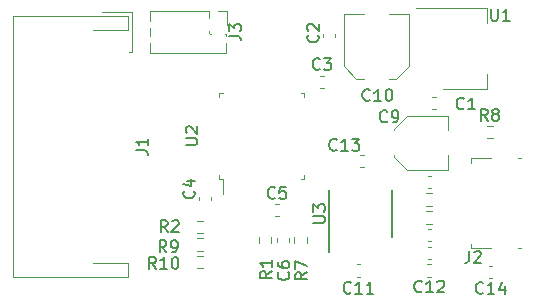
<source format=gbr>
%TF.GenerationSoftware,KiCad,Pcbnew,(5.1.7)-1*%
%TF.CreationDate,2020-11-11T21:59:56+01:00*%
%TF.ProjectId,rgb_ctrl_board,7267625f-6374-4726-9c5f-626f6172642e,rev?*%
%TF.SameCoordinates,Original*%
%TF.FileFunction,Legend,Top*%
%TF.FilePolarity,Positive*%
%FSLAX46Y46*%
G04 Gerber Fmt 4.6, Leading zero omitted, Abs format (unit mm)*
G04 Created by KiCad (PCBNEW (5.1.7)-1) date 2020-11-11 21:59:56*
%MOMM*%
%LPD*%
G01*
G04 APERTURE LIST*
%ADD10C,0.120000*%
%ADD11C,0.150000*%
G04 APERTURE END LIST*
D10*
%TO.C,R10*%
X120445276Y-130322500D02*
X120954724Y-130322500D01*
X120445276Y-129277500D02*
X120954724Y-129277500D01*
%TO.C,R9*%
X120445276Y-128822500D02*
X120954724Y-128822500D01*
X120445276Y-127777500D02*
X120954724Y-127777500D01*
%TO.C,U2*%
X122590000Y-122710000D02*
X122590000Y-124025000D01*
X122290000Y-122710000D02*
X122590000Y-122710000D01*
X122290000Y-122410000D02*
X122290000Y-122710000D01*
X122290000Y-115490000D02*
X122590000Y-115490000D01*
X122290000Y-115790000D02*
X122290000Y-115490000D01*
X129510000Y-122710000D02*
X129210000Y-122710000D01*
X129510000Y-122410000D02*
X129510000Y-122710000D01*
X129510000Y-115490000D02*
X129210000Y-115490000D01*
X129510000Y-115790000D02*
X129510000Y-115490000D01*
%TO.C,R7*%
X128677500Y-128154724D02*
X128677500Y-127645276D01*
X129722500Y-128154724D02*
X129722500Y-127645276D01*
%TO.C,C1*%
X140353733Y-116810000D02*
X140646267Y-116810000D01*
X140353733Y-115790000D02*
X140646267Y-115790000D01*
%TO.C,J3*%
X116425000Y-108570000D02*
X116425000Y-109392470D01*
X116425000Y-111277530D02*
X116425000Y-112100000D01*
X116425000Y-110007530D02*
X116425000Y-110662470D01*
X121440000Y-108570000D02*
X116425000Y-108570000D01*
X122895000Y-112100000D02*
X116425000Y-112100000D01*
X121440000Y-108570000D02*
X121440000Y-109136529D01*
X121440000Y-110263471D02*
X121440000Y-110406529D01*
X121493471Y-110460000D02*
X121636529Y-110460000D01*
X122763471Y-110460000D02*
X122895000Y-110460000D01*
X122895000Y-110460000D02*
X122895000Y-110662470D01*
X122895000Y-111277530D02*
X122895000Y-112100000D01*
X122200000Y-108570000D02*
X122960000Y-108570000D01*
X122960000Y-108570000D02*
X122960000Y-109700000D01*
%TO.C,U1*%
X145010000Y-115110000D02*
X145010000Y-113850000D01*
X145010000Y-108290000D02*
X145010000Y-109550000D01*
X141250000Y-115110000D02*
X145010000Y-115110000D01*
X139000000Y-108290000D02*
X145010000Y-108290000D01*
%TO.C,R8*%
X144945276Y-118277500D02*
X145454724Y-118277500D01*
X144945276Y-119322500D02*
X145454724Y-119322500D01*
%TO.C,J2*%
X143590000Y-120990000D02*
X143590000Y-121370000D01*
X147640000Y-120990000D02*
X147900000Y-120990000D01*
X143590000Y-120990000D02*
X145360000Y-120990000D01*
X143590000Y-128610000D02*
X143590000Y-128230000D01*
X145360000Y-128610000D02*
X143590000Y-128610000D01*
X147900000Y-128610000D02*
X147640000Y-128610000D01*
%TO.C,FB1*%
X139928733Y-129990000D02*
X140271267Y-129990000D01*
X139928733Y-131010000D02*
X140271267Y-131010000D01*
%TO.C,C14*%
X145446267Y-131110000D02*
X145153733Y-131110000D01*
X145446267Y-130090000D02*
X145153733Y-130090000D01*
%TO.C,C13*%
X134546267Y-121710000D02*
X134253733Y-121710000D01*
X134546267Y-120690000D02*
X134253733Y-120690000D01*
%TO.C,C12*%
X140246267Y-129510000D02*
X139953733Y-129510000D01*
X140246267Y-128490000D02*
X139953733Y-128490000D01*
%TO.C,C11*%
X133953733Y-129990000D02*
X134246267Y-129990000D01*
X133953733Y-131010000D02*
X134246267Y-131010000D01*
%TO.C,C10*%
X138360000Y-108740000D02*
X136660000Y-108740000D01*
X132840000Y-108740000D02*
X134540000Y-108740000D01*
X132840000Y-113195563D02*
X132840000Y-108740000D01*
X138360000Y-113195563D02*
X138360000Y-108740000D01*
X137295563Y-114260000D02*
X136660000Y-114260000D01*
X133904437Y-114260000D02*
X134540000Y-114260000D01*
X133904437Y-114260000D02*
X132840000Y-113195563D01*
X137295563Y-114260000D02*
X138360000Y-113195563D01*
%TO.C,C9*%
X141660000Y-121960000D02*
X141660000Y-120760000D01*
X141660000Y-117440000D02*
X141660000Y-118640000D01*
X138204437Y-117440000D02*
X141660000Y-117440000D01*
X138204437Y-121960000D02*
X141660000Y-121960000D01*
X137140000Y-120895563D02*
X137140000Y-120760000D01*
X137140000Y-118504437D02*
X137140000Y-118640000D01*
X137140000Y-118504437D02*
X138204437Y-117440000D01*
X137140000Y-120895563D02*
X138204437Y-121960000D01*
D11*
%TO.C,U3*%
X131575000Y-128975000D02*
X131575000Y-123700000D01*
X136975000Y-127700000D02*
X136975000Y-123700000D01*
D10*
%TO.C,R6*%
X139845276Y-125022500D02*
X140354724Y-125022500D01*
X139845276Y-123977500D02*
X140354724Y-123977500D01*
%TO.C,R5*%
X139845276Y-126522500D02*
X140354724Y-126522500D01*
X139845276Y-125477500D02*
X140354724Y-125477500D01*
%TO.C,R2*%
X120445276Y-127322500D02*
X120954724Y-127322500D01*
X120445276Y-126277500D02*
X120954724Y-126277500D01*
%TO.C,R1*%
X125677500Y-127645276D02*
X125677500Y-128154724D01*
X126722500Y-127645276D02*
X126722500Y-128154724D01*
%TO.C,J1*%
X114910000Y-108640000D02*
X112410000Y-108640000D01*
X114910000Y-112000000D02*
X114910000Y-108640000D01*
X114660000Y-112000000D02*
X114910000Y-112000000D01*
X104890000Y-131060000D02*
X104890000Y-120000000D01*
X114610000Y-131060000D02*
X104890000Y-131060000D01*
X114610000Y-129840000D02*
X114610000Y-131060000D01*
X111610000Y-129840000D02*
X114610000Y-129840000D01*
X104890000Y-108940000D02*
X104890000Y-120000000D01*
X114610000Y-108940000D02*
X104890000Y-108940000D01*
X114610000Y-110160000D02*
X114610000Y-108940000D01*
X111610000Y-110160000D02*
X114610000Y-110160000D01*
%TO.C,C8*%
X140246267Y-122490000D02*
X139953733Y-122490000D01*
X140246267Y-123510000D02*
X139953733Y-123510000D01*
%TO.C,C7*%
X140246267Y-126990000D02*
X139953733Y-126990000D01*
X140246267Y-128010000D02*
X139953733Y-128010000D01*
%TO.C,C6*%
X128210000Y-128046267D02*
X128210000Y-127753733D01*
X127190000Y-128046267D02*
X127190000Y-127753733D01*
%TO.C,C5*%
X127053733Y-125910000D02*
X127346267Y-125910000D01*
X127053733Y-124890000D02*
X127346267Y-124890000D01*
%TO.C,C4*%
X121610000Y-124546267D02*
X121610000Y-124253733D01*
X120590000Y-124546267D02*
X120590000Y-124253733D01*
%TO.C,C3*%
X130853733Y-115010000D02*
X131146267Y-115010000D01*
X130853733Y-113990000D02*
X131146267Y-113990000D01*
%TO.C,C2*%
X132110000Y-110746267D02*
X132110000Y-110453733D01*
X131090000Y-110746267D02*
X131090000Y-110453733D01*
%TO.C,R10*%
D11*
X116957142Y-130352380D02*
X116623809Y-129876190D01*
X116385714Y-130352380D02*
X116385714Y-129352380D01*
X116766666Y-129352380D01*
X116861904Y-129400000D01*
X116909523Y-129447619D01*
X116957142Y-129542857D01*
X116957142Y-129685714D01*
X116909523Y-129780952D01*
X116861904Y-129828571D01*
X116766666Y-129876190D01*
X116385714Y-129876190D01*
X117909523Y-130352380D02*
X117338095Y-130352380D01*
X117623809Y-130352380D02*
X117623809Y-129352380D01*
X117528571Y-129495238D01*
X117433333Y-129590476D01*
X117338095Y-129638095D01*
X118528571Y-129352380D02*
X118623809Y-129352380D01*
X118719047Y-129400000D01*
X118766666Y-129447619D01*
X118814285Y-129542857D01*
X118861904Y-129733333D01*
X118861904Y-129971428D01*
X118814285Y-130161904D01*
X118766666Y-130257142D01*
X118719047Y-130304761D01*
X118623809Y-130352380D01*
X118528571Y-130352380D01*
X118433333Y-130304761D01*
X118385714Y-130257142D01*
X118338095Y-130161904D01*
X118290476Y-129971428D01*
X118290476Y-129733333D01*
X118338095Y-129542857D01*
X118385714Y-129447619D01*
X118433333Y-129400000D01*
X118528571Y-129352380D01*
%TO.C,R9*%
X117833333Y-128952380D02*
X117500000Y-128476190D01*
X117261904Y-128952380D02*
X117261904Y-127952380D01*
X117642857Y-127952380D01*
X117738095Y-128000000D01*
X117785714Y-128047619D01*
X117833333Y-128142857D01*
X117833333Y-128285714D01*
X117785714Y-128380952D01*
X117738095Y-128428571D01*
X117642857Y-128476190D01*
X117261904Y-128476190D01*
X118309523Y-128952380D02*
X118500000Y-128952380D01*
X118595238Y-128904761D01*
X118642857Y-128857142D01*
X118738095Y-128714285D01*
X118785714Y-128523809D01*
X118785714Y-128142857D01*
X118738095Y-128047619D01*
X118690476Y-128000000D01*
X118595238Y-127952380D01*
X118404761Y-127952380D01*
X118309523Y-128000000D01*
X118261904Y-128047619D01*
X118214285Y-128142857D01*
X118214285Y-128380952D01*
X118261904Y-128476190D01*
X118309523Y-128523809D01*
X118404761Y-128571428D01*
X118595238Y-128571428D01*
X118690476Y-128523809D01*
X118738095Y-128476190D01*
X118785714Y-128380952D01*
%TO.C,U2*%
X119472380Y-119861904D02*
X120281904Y-119861904D01*
X120377142Y-119814285D01*
X120424761Y-119766666D01*
X120472380Y-119671428D01*
X120472380Y-119480952D01*
X120424761Y-119385714D01*
X120377142Y-119338095D01*
X120281904Y-119290476D01*
X119472380Y-119290476D01*
X119567619Y-118861904D02*
X119520000Y-118814285D01*
X119472380Y-118719047D01*
X119472380Y-118480952D01*
X119520000Y-118385714D01*
X119567619Y-118338095D01*
X119662857Y-118290476D01*
X119758095Y-118290476D01*
X119900952Y-118338095D01*
X120472380Y-118909523D01*
X120472380Y-118290476D01*
%TO.C,R7*%
X129752380Y-130666666D02*
X129276190Y-131000000D01*
X129752380Y-131238095D02*
X128752380Y-131238095D01*
X128752380Y-130857142D01*
X128800000Y-130761904D01*
X128847619Y-130714285D01*
X128942857Y-130666666D01*
X129085714Y-130666666D01*
X129180952Y-130714285D01*
X129228571Y-130761904D01*
X129276190Y-130857142D01*
X129276190Y-131238095D01*
X128752380Y-130333333D02*
X128752380Y-129666666D01*
X129752380Y-130095238D01*
%TO.C,C1*%
X143033333Y-116757142D02*
X142985714Y-116804761D01*
X142842857Y-116852380D01*
X142747619Y-116852380D01*
X142604761Y-116804761D01*
X142509523Y-116709523D01*
X142461904Y-116614285D01*
X142414285Y-116423809D01*
X142414285Y-116280952D01*
X142461904Y-116090476D01*
X142509523Y-115995238D01*
X142604761Y-115900000D01*
X142747619Y-115852380D01*
X142842857Y-115852380D01*
X142985714Y-115900000D01*
X143033333Y-115947619D01*
X143985714Y-116852380D02*
X143414285Y-116852380D01*
X143700000Y-116852380D02*
X143700000Y-115852380D01*
X143604761Y-115995238D01*
X143509523Y-116090476D01*
X143414285Y-116138095D01*
%TO.C,J3*%
X123152380Y-110633333D02*
X123866666Y-110633333D01*
X124009523Y-110680952D01*
X124104761Y-110776190D01*
X124152380Y-110919047D01*
X124152380Y-111014285D01*
X123152380Y-110252380D02*
X123152380Y-109633333D01*
X123533333Y-109966666D01*
X123533333Y-109823809D01*
X123580952Y-109728571D01*
X123628571Y-109680952D01*
X123723809Y-109633333D01*
X123961904Y-109633333D01*
X124057142Y-109680952D01*
X124104761Y-109728571D01*
X124152380Y-109823809D01*
X124152380Y-110109523D01*
X124104761Y-110204761D01*
X124057142Y-110252380D01*
%TO.C,U1*%
X145338095Y-108352380D02*
X145338095Y-109161904D01*
X145385714Y-109257142D01*
X145433333Y-109304761D01*
X145528571Y-109352380D01*
X145719047Y-109352380D01*
X145814285Y-109304761D01*
X145861904Y-109257142D01*
X145909523Y-109161904D01*
X145909523Y-108352380D01*
X146909523Y-109352380D02*
X146338095Y-109352380D01*
X146623809Y-109352380D02*
X146623809Y-108352380D01*
X146528571Y-108495238D01*
X146433333Y-108590476D01*
X146338095Y-108638095D01*
%TO.C,R8*%
X145033333Y-117822380D02*
X144700000Y-117346190D01*
X144461904Y-117822380D02*
X144461904Y-116822380D01*
X144842857Y-116822380D01*
X144938095Y-116870000D01*
X144985714Y-116917619D01*
X145033333Y-117012857D01*
X145033333Y-117155714D01*
X144985714Y-117250952D01*
X144938095Y-117298571D01*
X144842857Y-117346190D01*
X144461904Y-117346190D01*
X145604761Y-117250952D02*
X145509523Y-117203333D01*
X145461904Y-117155714D01*
X145414285Y-117060476D01*
X145414285Y-117012857D01*
X145461904Y-116917619D01*
X145509523Y-116870000D01*
X145604761Y-116822380D01*
X145795238Y-116822380D01*
X145890476Y-116870000D01*
X145938095Y-116917619D01*
X145985714Y-117012857D01*
X145985714Y-117060476D01*
X145938095Y-117155714D01*
X145890476Y-117203333D01*
X145795238Y-117250952D01*
X145604761Y-117250952D01*
X145509523Y-117298571D01*
X145461904Y-117346190D01*
X145414285Y-117441428D01*
X145414285Y-117631904D01*
X145461904Y-117727142D01*
X145509523Y-117774761D01*
X145604761Y-117822380D01*
X145795238Y-117822380D01*
X145890476Y-117774761D01*
X145938095Y-117727142D01*
X145985714Y-117631904D01*
X145985714Y-117441428D01*
X145938095Y-117346190D01*
X145890476Y-117298571D01*
X145795238Y-117250952D01*
%TO.C,J2*%
X143466666Y-128852380D02*
X143466666Y-129566666D01*
X143419047Y-129709523D01*
X143323809Y-129804761D01*
X143180952Y-129852380D01*
X143085714Y-129852380D01*
X143895238Y-128947619D02*
X143942857Y-128900000D01*
X144038095Y-128852380D01*
X144276190Y-128852380D01*
X144371428Y-128900000D01*
X144419047Y-128947619D01*
X144466666Y-129042857D01*
X144466666Y-129138095D01*
X144419047Y-129280952D01*
X143847619Y-129852380D01*
X144466666Y-129852380D01*
%TO.C,C14*%
X144657142Y-132387142D02*
X144609523Y-132434761D01*
X144466666Y-132482380D01*
X144371428Y-132482380D01*
X144228571Y-132434761D01*
X144133333Y-132339523D01*
X144085714Y-132244285D01*
X144038095Y-132053809D01*
X144038095Y-131910952D01*
X144085714Y-131720476D01*
X144133333Y-131625238D01*
X144228571Y-131530000D01*
X144371428Y-131482380D01*
X144466666Y-131482380D01*
X144609523Y-131530000D01*
X144657142Y-131577619D01*
X145609523Y-132482380D02*
X145038095Y-132482380D01*
X145323809Y-132482380D02*
X145323809Y-131482380D01*
X145228571Y-131625238D01*
X145133333Y-131720476D01*
X145038095Y-131768095D01*
X146466666Y-131815714D02*
X146466666Y-132482380D01*
X146228571Y-131434761D02*
X145990476Y-132149047D01*
X146609523Y-132149047D01*
%TO.C,C13*%
X132257142Y-120257142D02*
X132209523Y-120304761D01*
X132066666Y-120352380D01*
X131971428Y-120352380D01*
X131828571Y-120304761D01*
X131733333Y-120209523D01*
X131685714Y-120114285D01*
X131638095Y-119923809D01*
X131638095Y-119780952D01*
X131685714Y-119590476D01*
X131733333Y-119495238D01*
X131828571Y-119400000D01*
X131971428Y-119352380D01*
X132066666Y-119352380D01*
X132209523Y-119400000D01*
X132257142Y-119447619D01*
X133209523Y-120352380D02*
X132638095Y-120352380D01*
X132923809Y-120352380D02*
X132923809Y-119352380D01*
X132828571Y-119495238D01*
X132733333Y-119590476D01*
X132638095Y-119638095D01*
X133542857Y-119352380D02*
X134161904Y-119352380D01*
X133828571Y-119733333D01*
X133971428Y-119733333D01*
X134066666Y-119780952D01*
X134114285Y-119828571D01*
X134161904Y-119923809D01*
X134161904Y-120161904D01*
X134114285Y-120257142D01*
X134066666Y-120304761D01*
X133971428Y-120352380D01*
X133685714Y-120352380D01*
X133590476Y-120304761D01*
X133542857Y-120257142D01*
%TO.C,C12*%
X139457142Y-132257142D02*
X139409523Y-132304761D01*
X139266666Y-132352380D01*
X139171428Y-132352380D01*
X139028571Y-132304761D01*
X138933333Y-132209523D01*
X138885714Y-132114285D01*
X138838095Y-131923809D01*
X138838095Y-131780952D01*
X138885714Y-131590476D01*
X138933333Y-131495238D01*
X139028571Y-131400000D01*
X139171428Y-131352380D01*
X139266666Y-131352380D01*
X139409523Y-131400000D01*
X139457142Y-131447619D01*
X140409523Y-132352380D02*
X139838095Y-132352380D01*
X140123809Y-132352380D02*
X140123809Y-131352380D01*
X140028571Y-131495238D01*
X139933333Y-131590476D01*
X139838095Y-131638095D01*
X140790476Y-131447619D02*
X140838095Y-131400000D01*
X140933333Y-131352380D01*
X141171428Y-131352380D01*
X141266666Y-131400000D01*
X141314285Y-131447619D01*
X141361904Y-131542857D01*
X141361904Y-131638095D01*
X141314285Y-131780952D01*
X140742857Y-132352380D01*
X141361904Y-132352380D01*
%TO.C,C11*%
X133457142Y-132357142D02*
X133409523Y-132404761D01*
X133266666Y-132452380D01*
X133171428Y-132452380D01*
X133028571Y-132404761D01*
X132933333Y-132309523D01*
X132885714Y-132214285D01*
X132838095Y-132023809D01*
X132838095Y-131880952D01*
X132885714Y-131690476D01*
X132933333Y-131595238D01*
X133028571Y-131500000D01*
X133171428Y-131452380D01*
X133266666Y-131452380D01*
X133409523Y-131500000D01*
X133457142Y-131547619D01*
X134409523Y-132452380D02*
X133838095Y-132452380D01*
X134123809Y-132452380D02*
X134123809Y-131452380D01*
X134028571Y-131595238D01*
X133933333Y-131690476D01*
X133838095Y-131738095D01*
X135361904Y-132452380D02*
X134790476Y-132452380D01*
X135076190Y-132452380D02*
X135076190Y-131452380D01*
X134980952Y-131595238D01*
X134885714Y-131690476D01*
X134790476Y-131738095D01*
%TO.C,C10*%
X135057142Y-116057142D02*
X135009523Y-116104761D01*
X134866666Y-116152380D01*
X134771428Y-116152380D01*
X134628571Y-116104761D01*
X134533333Y-116009523D01*
X134485714Y-115914285D01*
X134438095Y-115723809D01*
X134438095Y-115580952D01*
X134485714Y-115390476D01*
X134533333Y-115295238D01*
X134628571Y-115200000D01*
X134771428Y-115152380D01*
X134866666Y-115152380D01*
X135009523Y-115200000D01*
X135057142Y-115247619D01*
X136009523Y-116152380D02*
X135438095Y-116152380D01*
X135723809Y-116152380D02*
X135723809Y-115152380D01*
X135628571Y-115295238D01*
X135533333Y-115390476D01*
X135438095Y-115438095D01*
X136628571Y-115152380D02*
X136723809Y-115152380D01*
X136819047Y-115200000D01*
X136866666Y-115247619D01*
X136914285Y-115342857D01*
X136961904Y-115533333D01*
X136961904Y-115771428D01*
X136914285Y-115961904D01*
X136866666Y-116057142D01*
X136819047Y-116104761D01*
X136723809Y-116152380D01*
X136628571Y-116152380D01*
X136533333Y-116104761D01*
X136485714Y-116057142D01*
X136438095Y-115961904D01*
X136390476Y-115771428D01*
X136390476Y-115533333D01*
X136438095Y-115342857D01*
X136485714Y-115247619D01*
X136533333Y-115200000D01*
X136628571Y-115152380D01*
%TO.C,C9*%
X136533333Y-117857142D02*
X136485714Y-117904761D01*
X136342857Y-117952380D01*
X136247619Y-117952380D01*
X136104761Y-117904761D01*
X136009523Y-117809523D01*
X135961904Y-117714285D01*
X135914285Y-117523809D01*
X135914285Y-117380952D01*
X135961904Y-117190476D01*
X136009523Y-117095238D01*
X136104761Y-117000000D01*
X136247619Y-116952380D01*
X136342857Y-116952380D01*
X136485714Y-117000000D01*
X136533333Y-117047619D01*
X137009523Y-117952380D02*
X137200000Y-117952380D01*
X137295238Y-117904761D01*
X137342857Y-117857142D01*
X137438095Y-117714285D01*
X137485714Y-117523809D01*
X137485714Y-117142857D01*
X137438095Y-117047619D01*
X137390476Y-117000000D01*
X137295238Y-116952380D01*
X137104761Y-116952380D01*
X137009523Y-117000000D01*
X136961904Y-117047619D01*
X136914285Y-117142857D01*
X136914285Y-117380952D01*
X136961904Y-117476190D01*
X137009523Y-117523809D01*
X137104761Y-117571428D01*
X137295238Y-117571428D01*
X137390476Y-117523809D01*
X137438095Y-117476190D01*
X137485714Y-117380952D01*
%TO.C,U3*%
X130252380Y-126461904D02*
X131061904Y-126461904D01*
X131157142Y-126414285D01*
X131204761Y-126366666D01*
X131252380Y-126271428D01*
X131252380Y-126080952D01*
X131204761Y-125985714D01*
X131157142Y-125938095D01*
X131061904Y-125890476D01*
X130252380Y-125890476D01*
X130252380Y-125509523D02*
X130252380Y-124890476D01*
X130633333Y-125223809D01*
X130633333Y-125080952D01*
X130680952Y-124985714D01*
X130728571Y-124938095D01*
X130823809Y-124890476D01*
X131061904Y-124890476D01*
X131157142Y-124938095D01*
X131204761Y-124985714D01*
X131252380Y-125080952D01*
X131252380Y-125366666D01*
X131204761Y-125461904D01*
X131157142Y-125509523D01*
%TO.C,R2*%
X117933333Y-127252380D02*
X117600000Y-126776190D01*
X117361904Y-127252380D02*
X117361904Y-126252380D01*
X117742857Y-126252380D01*
X117838095Y-126300000D01*
X117885714Y-126347619D01*
X117933333Y-126442857D01*
X117933333Y-126585714D01*
X117885714Y-126680952D01*
X117838095Y-126728571D01*
X117742857Y-126776190D01*
X117361904Y-126776190D01*
X118314285Y-126347619D02*
X118361904Y-126300000D01*
X118457142Y-126252380D01*
X118695238Y-126252380D01*
X118790476Y-126300000D01*
X118838095Y-126347619D01*
X118885714Y-126442857D01*
X118885714Y-126538095D01*
X118838095Y-126680952D01*
X118266666Y-127252380D01*
X118885714Y-127252380D01*
%TO.C,R1*%
X126752380Y-130566666D02*
X126276190Y-130900000D01*
X126752380Y-131138095D02*
X125752380Y-131138095D01*
X125752380Y-130757142D01*
X125800000Y-130661904D01*
X125847619Y-130614285D01*
X125942857Y-130566666D01*
X126085714Y-130566666D01*
X126180952Y-130614285D01*
X126228571Y-130661904D01*
X126276190Y-130757142D01*
X126276190Y-131138095D01*
X126752380Y-129614285D02*
X126752380Y-130185714D01*
X126752380Y-129900000D02*
X125752380Y-129900000D01*
X125895238Y-129995238D01*
X125990476Y-130090476D01*
X126038095Y-130185714D01*
%TO.C,J1*%
X115252380Y-120333333D02*
X115966666Y-120333333D01*
X116109523Y-120380952D01*
X116204761Y-120476190D01*
X116252380Y-120619047D01*
X116252380Y-120714285D01*
X116252380Y-119333333D02*
X116252380Y-119904761D01*
X116252380Y-119619047D02*
X115252380Y-119619047D01*
X115395238Y-119714285D01*
X115490476Y-119809523D01*
X115538095Y-119904761D01*
%TO.C,C6*%
X128157142Y-130666666D02*
X128204761Y-130714285D01*
X128252380Y-130857142D01*
X128252380Y-130952380D01*
X128204761Y-131095238D01*
X128109523Y-131190476D01*
X128014285Y-131238095D01*
X127823809Y-131285714D01*
X127680952Y-131285714D01*
X127490476Y-131238095D01*
X127395238Y-131190476D01*
X127300000Y-131095238D01*
X127252380Y-130952380D01*
X127252380Y-130857142D01*
X127300000Y-130714285D01*
X127347619Y-130666666D01*
X127252380Y-129809523D02*
X127252380Y-130000000D01*
X127300000Y-130095238D01*
X127347619Y-130142857D01*
X127490476Y-130238095D01*
X127680952Y-130285714D01*
X128061904Y-130285714D01*
X128157142Y-130238095D01*
X128204761Y-130190476D01*
X128252380Y-130095238D01*
X128252380Y-129904761D01*
X128204761Y-129809523D01*
X128157142Y-129761904D01*
X128061904Y-129714285D01*
X127823809Y-129714285D01*
X127728571Y-129761904D01*
X127680952Y-129809523D01*
X127633333Y-129904761D01*
X127633333Y-130095238D01*
X127680952Y-130190476D01*
X127728571Y-130238095D01*
X127823809Y-130285714D01*
%TO.C,C5*%
X127033333Y-124327142D02*
X126985714Y-124374761D01*
X126842857Y-124422380D01*
X126747619Y-124422380D01*
X126604761Y-124374761D01*
X126509523Y-124279523D01*
X126461904Y-124184285D01*
X126414285Y-123993809D01*
X126414285Y-123850952D01*
X126461904Y-123660476D01*
X126509523Y-123565238D01*
X126604761Y-123470000D01*
X126747619Y-123422380D01*
X126842857Y-123422380D01*
X126985714Y-123470000D01*
X127033333Y-123517619D01*
X127938095Y-123422380D02*
X127461904Y-123422380D01*
X127414285Y-123898571D01*
X127461904Y-123850952D01*
X127557142Y-123803333D01*
X127795238Y-123803333D01*
X127890476Y-123850952D01*
X127938095Y-123898571D01*
X127985714Y-123993809D01*
X127985714Y-124231904D01*
X127938095Y-124327142D01*
X127890476Y-124374761D01*
X127795238Y-124422380D01*
X127557142Y-124422380D01*
X127461904Y-124374761D01*
X127414285Y-124327142D01*
%TO.C,C4*%
X120157142Y-123766666D02*
X120204761Y-123814285D01*
X120252380Y-123957142D01*
X120252380Y-124052380D01*
X120204761Y-124195238D01*
X120109523Y-124290476D01*
X120014285Y-124338095D01*
X119823809Y-124385714D01*
X119680952Y-124385714D01*
X119490476Y-124338095D01*
X119395238Y-124290476D01*
X119300000Y-124195238D01*
X119252380Y-124052380D01*
X119252380Y-123957142D01*
X119300000Y-123814285D01*
X119347619Y-123766666D01*
X119585714Y-122909523D02*
X120252380Y-122909523D01*
X119204761Y-123147619D02*
X119919047Y-123385714D01*
X119919047Y-122766666D01*
%TO.C,C3*%
X130833333Y-113427142D02*
X130785714Y-113474761D01*
X130642857Y-113522380D01*
X130547619Y-113522380D01*
X130404761Y-113474761D01*
X130309523Y-113379523D01*
X130261904Y-113284285D01*
X130214285Y-113093809D01*
X130214285Y-112950952D01*
X130261904Y-112760476D01*
X130309523Y-112665238D01*
X130404761Y-112570000D01*
X130547619Y-112522380D01*
X130642857Y-112522380D01*
X130785714Y-112570000D01*
X130833333Y-112617619D01*
X131166666Y-112522380D02*
X131785714Y-112522380D01*
X131452380Y-112903333D01*
X131595238Y-112903333D01*
X131690476Y-112950952D01*
X131738095Y-112998571D01*
X131785714Y-113093809D01*
X131785714Y-113331904D01*
X131738095Y-113427142D01*
X131690476Y-113474761D01*
X131595238Y-113522380D01*
X131309523Y-113522380D01*
X131214285Y-113474761D01*
X131166666Y-113427142D01*
%TO.C,C2*%
X130657142Y-110566666D02*
X130704761Y-110614285D01*
X130752380Y-110757142D01*
X130752380Y-110852380D01*
X130704761Y-110995238D01*
X130609523Y-111090476D01*
X130514285Y-111138095D01*
X130323809Y-111185714D01*
X130180952Y-111185714D01*
X129990476Y-111138095D01*
X129895238Y-111090476D01*
X129800000Y-110995238D01*
X129752380Y-110852380D01*
X129752380Y-110757142D01*
X129800000Y-110614285D01*
X129847619Y-110566666D01*
X129847619Y-110185714D02*
X129800000Y-110138095D01*
X129752380Y-110042857D01*
X129752380Y-109804761D01*
X129800000Y-109709523D01*
X129847619Y-109661904D01*
X129942857Y-109614285D01*
X130038095Y-109614285D01*
X130180952Y-109661904D01*
X130752380Y-110233333D01*
X130752380Y-109614285D01*
%TD*%
M02*

</source>
